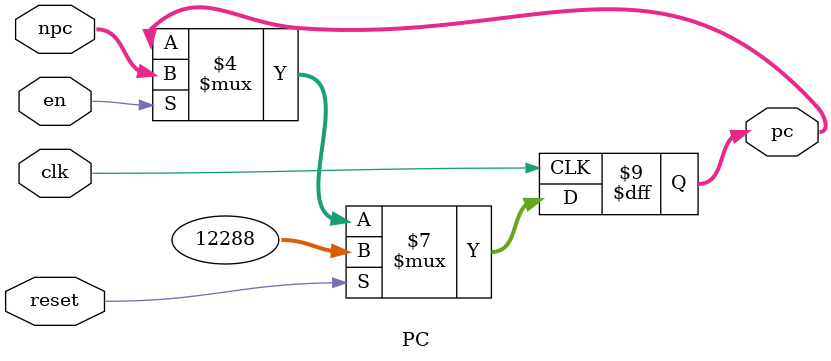
<source format=v>
`timescale 1ns / 1ps
module PC(
	input [31:0] npc,
	output reg [31:0]pc,
	input en,
	input clk,
	input reset
    );
	 
	 initial begin
		pc <= 32'h00003000;
	 end
	 
	 always@(posedge clk)
	 begin
		if(reset)
			pc <= 32'h00003000;
		else 
		begin
			if(en)
				pc <= npc;
			else 
				pc <= pc;
		end
	 
	 end
endmodule

</source>
